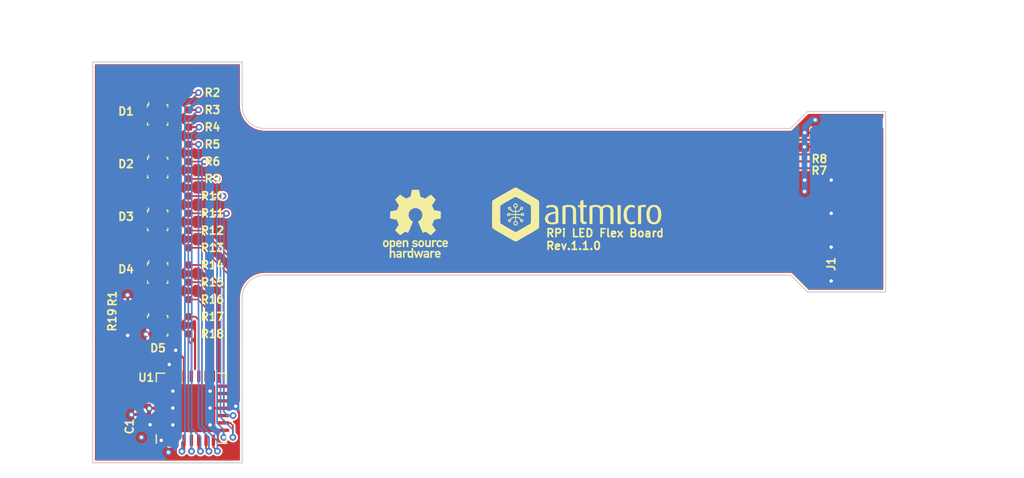
<source format=kicad_pcb>
(kicad_pcb (version 20171130) (host pcbnew 5.1.9+dfsg1-1)
  (layers (0 F.Cu signal) (31 B.Cu signal) (34 B.Paste user) (35 F.Paste user) (36 B.SilkS user) (37 F.SilkS user) (38 B.Mask user) (39 F.Mask user) (44 Edge.Cuts user))
  (net 0 "")
  (net 1 "Net-(D1-Pad1)")
  (net 2 "Net-(D2-Pad1)")
  (net 3 "Net-(D3-Pad1)")
  (net 4 "Net-(D4-Pad1)")
  (net 5 "Net-(D5-Pad1)")
  (net 6 +3V3)
  (net 7 /LED_1_B)
  (net 8 /LED_1_G)
  (net 9 /LED_1_R)
  (net 10 /LED_2_B)
  (net 11 /LED_2_G)
  (net 12 /LED_2_R)
  (net 13 /LED_3_B)
  (net 14 /LED_3_G)
  (net 15 /LED_3_R)
  (net 16 /LED_4_B)
  (net 17 /LED_4_G)
  (net 18 /LED_4_R)
  (net 19 /LED_5_B)
  (net 20 /LED_5_G)
  (net 21 /LED_5_R)
  (net 22 GND)
  (net 23 /GPIO)
  (net 24 /CLK)
  (net 25 /SDA)
  (net 26 /SCL)
  (net 27 "Net-(J1-Pad9)")
  (net 28 "Net-(J1-Pad8)")
  (net 29 "Net-(J1-Pad6)")
  (net 30 "Net-(J1-Pad5)")
  (net 31 "Net-(J1-Pad3)")
  (net 32 "Net-(J1-Pad2)")
  (net 33 "Net-(D1-Pad3)")
  (net 34 "Net-(D1-Pad2)")
  (net 35 "Net-(D2-Pad3)")
  (net 36 "Net-(D2-Pad2)")
  (net 37 "Net-(D3-Pad3)")
  (net 38 "Net-(D3-Pad2)")
  (net 39 "Net-(D4-Pad3)")
  (net 40 "Net-(D4-Pad2)")
  (net 41 "Net-(D5-Pad3)")
  (net 42 "Net-(D5-Pad2)")
  (module rpi-led-flex-board-footprints:TE_1-1734248-5_FLEX (layer F.Cu) (at 166.15 109.35 90)
    (fp_text reference J1 (at -3.5 -2.8 90) (layer F.SilkS) (effects (font (size 0.7 0.7))))
    (fp_text value TE_1-1734248-5_FLEX)
    (pad 15 smd rect (at 9 -0.05 90) (size 0.7 3) (layers F.Cu F.Mask) (net 6 +3V3))
    (pad 14 smd rect (at 8 -0.05 90) (size 0.7 3) (layers F.Cu F.Mask) (net 25 /SDA))
    (pad 13 smd rect (at 7 -0.05 90) (size 0.7 3) (layers F.Cu F.Mask) (net 26 /SCL))
    (pad 12 smd rect (at 6 -0.05 90) (size 0.7 3) (layers F.Cu F.Mask) (net 24 /CLK))
    (pad 11 smd rect (at 5 -0.05 90) (size 0.7 3) (layers F.Cu F.Mask) (net 23 /GPIO))
    (pad 10 smd rect (at 4 -0.05 90) (size 0.7 3) (layers F.Cu F.Mask) (net 22 GND))
    (pad 9 smd rect (at 3 -0.05 90) (size 0.7 3) (layers F.Cu F.Mask) (net 27 "Net-(J1-Pad9)"))
    (pad 8 smd rect (at 2 -0.05 90) (size 0.7 3) (layers F.Cu F.Mask) (net 28 "Net-(J1-Pad8)"))
    (pad 7 smd rect (at 1 -0.05 90) (size 0.7 3) (layers F.Cu F.Mask) (net 22 GND))
    (pad 6 smd rect (at 0 -0.05 90) (size 0.7 3) (layers F.Cu F.Mask) (net 29 "Net-(J1-Pad6)"))
    (pad 5 smd rect (at -1 -0.05 90) (size 0.7 3) (layers F.Cu F.Mask) (net 30 "Net-(J1-Pad5)"))
    (pad 4 smd rect (at -2 -0.05 90) (size 0.7 3) (layers F.Cu F.Mask) (net 22 GND))
    (pad 3 smd rect (at -3 -0.05 90) (size 0.7 3) (layers F.Cu F.Mask) (net 31 "Net-(J1-Pad3)"))
    (pad 2 smd rect (at -4 -0.05 90) (size 0.7 3) (layers F.Cu F.Mask) (net 32 "Net-(J1-Pad2)"))
    (pad 1 smd rect (at -5 -0.05 90) (size 0.7 3) (layers F.Cu F.Mask) (net 22 GND))
  )
  (module rpi-led-flex-board-footprints:QFN-28_6x6mm_P0.65mm (layer F.Cu) (at 106.661763 125.63585 90)
    (fp_text reference U1 (at 2.72 -4.0025 180) (layer F.SilkS) (effects (font (size 0.7 0.7))))
    (fp_text value PCA9685BS,118)
    (pad 28 smd roundrect (at -1.95 -2.8375 90) (size 0.3 1.025) (layers F.Cu F.Paste F.Mask) (net 6 +3V3))
    (pad 27 smd roundrect (at -1.3 -2.8375 90) (size 0.3 1.025) (layers F.Cu F.Paste F.Mask) (net 22 GND))
    (pad 26 smd roundrect (at -0.65 -2.8375 90) (size 0.3 1.025) (layers F.Cu F.Paste F.Mask) (net 6 +3V3))
    (pad 25 smd roundrect (at 0 -2.8375 90) (size 0.3 1.025) (layers F.Cu F.Paste F.Mask) (net 6 +3V3))
    (pad 24 smd roundrect (at 0.65 -2.8375 90) (size 0.3 1.025) (layers F.Cu F.Paste F.Mask) (net 25 /SDA))
    (pad 23 smd roundrect (at 1.3 -2.8375 90) (size 0.3 1.025) (layers F.Cu F.Paste F.Mask) (net 26 /SCL))
    (pad 22 smd roundrect (at 1.95 -2.8375 90) (size 0.3 1.025) (layers F.Cu F.Paste F.Mask) (net 24 /CLK))
    (pad 21 smd roundrect (at 2.8375 -1.95 90) (size 1.025 0.3) (layers F.Cu F.Paste F.Mask) (net 22 GND))
    (pad 20 smd roundrect (at 2.8375 -1.3 90) (size 1.025 0.3) (layers F.Cu F.Paste F.Mask) (net 23 /GPIO))
    (pad 19 smd roundrect (at 2.8375 -0.65 90) (size 1.025 0.3) (layers F.Cu F.Paste F.Mask) (net 22 GND))
    (pad 18 smd roundrect (at 2.8375 0 90) (size 1.025 0.3) (layers F.Cu F.Paste F.Mask) (net 19 /LED_5_B))
    (pad 17 smd roundrect (at 2.8375 0.65 90) (size 1.025 0.3) (layers F.Cu F.Paste F.Mask) (net 20 /LED_5_G))
    (pad 16 smd roundrect (at 2.8375 1.3 90) (size 1.025 0.3) (layers F.Cu F.Paste F.Mask) (net 21 /LED_5_R))
    (pad 15 smd roundrect (at 2.8375 1.95 90) (size 1.025 0.3) (layers F.Cu F.Paste F.Mask) (net 16 /LED_4_B))
    (pad 14 smd roundrect (at 1.95 2.8375 90) (size 0.3 1.025) (layers F.Cu F.Paste F.Mask) (net 17 /LED_4_G))
    (pad 13 smd roundrect (at 1.3 2.8375 90) (size 0.3 1.025) (layers F.Cu F.Paste F.Mask) (net 18 /LED_4_R))
    (pad 12 smd roundrect (at 0.65 2.8375 90) (size 0.3 1.025) (layers F.Cu F.Paste F.Mask) (net 13 /LED_3_B))
    (pad 11 smd roundrect (at 0 2.8375 90) (size 0.3 1.025) (layers F.Cu F.Paste F.Mask) (net 22 GND))
    (pad 10 smd roundrect (at -0.65 2.8375 90) (size 0.3 1.025) (layers F.Cu F.Paste F.Mask) (net 14 /LED_3_G))
    (pad 9 smd roundrect (at -1.3 2.8375 90) (size 0.3 1.025) (layers F.Cu F.Paste F.Mask) (net 15 /LED_3_R))
    (pad 8 smd roundrect (at -1.95 2.8375 90) (size 0.3 1.025) (layers F.Cu F.Paste F.Mask) (net 10 /LED_2_B))
    (pad 7 smd roundrect (at -2.8375 1.95 90) (size 1.025 0.3) (layers F.Cu F.Paste F.Mask) (net 11 /LED_2_G))
    (pad 6 smd roundrect (at -2.8375 1.3 90) (size 1.025 0.3) (layers F.Cu F.Paste F.Mask) (net 12 /LED_2_R))
    (pad 5 smd roundrect (at -2.8375 0.65 90) (size 1.025 0.3) (layers F.Cu F.Paste F.Mask) (net 7 /LED_1_B))
    (pad 4 smd roundrect (at -2.8375 0 90) (size 1.025 0.3) (layers F.Cu F.Paste F.Mask) (net 8 /LED_1_G))
    (pad 3 smd roundrect (at -2.8375 -0.65 90) (size 1.025 0.3) (layers F.Cu F.Paste F.Mask) (net 9 /LED_1_R))
    (pad 2 smd roundrect (at -2.8375 -1.3 90) (size 1.025 0.3) (layers F.Cu F.Paste F.Mask) (net 6 +3V3))
    (pad 1 smd roundrect (at -2.8375 -1.95 90) (size 1.025 0.3) (layers F.Cu F.Paste F.Mask) (net 22 GND))
    (pad 29 smd roundrect (at 0 0 90) (size 4.25 4.25) (layers F.Cu F.Mask) (roundrect_rratio 0.058824) (net 22 GND))
  )
  (module rpi-led-flex-board-footprints:0402-res (layer F.Cu) (at 101.018526 117.8817 270)
    (fp_text reference R19 (at -0.07585 1.379263 90) (layer F.SilkS) (effects (font (size 0.7 0.7))))
    (fp_text value R_0R_0402)
    (pad 2 smd roundrect (at 0.485 0 270) (size 0.59 0.64) (layers F.Cu F.Paste F.Mask) (net 22 GND))
    (pad 1 smd roundrect (at -0.485 0 270) (size 0.59 0.64) (layers F.Cu F.Paste F.Mask) (net 23 /GPIO))
  )
  (module rpi-led-flex-board-footprints:antmicro-logo_scaled_15mm_silk (layer F.Cu) (at 141.25 108.52)
    (fp_text reference N1 hide)
    (fp_text value antmicro_logo hide)
  )
  (module rpi-led-flex-board-footprints:OSHW-Logo_5.7x6mm_SilkScreen (layer F.Cu) (at 126.509263 109.27585)
    (fp_text reference N2 hide)
    (fp_text value oshw_logo hide)
  )
  (module rpi-led-flex-board-footprints:0402-res (layer F.Cu) (at 105.958526 119.0467 180)
    (fp_text reference R18 (at -2.57 0) (layer F.SilkS) (effects (font (size 0.7 0.7))))
    (fp_text value R_49R9_0402)
    (pad 2 smd roundrect (at 0.485 0 180) (size 0.59 0.64) (layers F.Cu F.Paste F.Mask) (net 41 "Net-(D5-Pad3)"))
    (pad 1 smd roundrect (at -0.485 0 180) (size 0.59 0.64) (layers F.Cu F.Paste F.Mask) (net 19 /LED_5_B))
  )
  (module rpi-led-flex-board-footprints:0402-res (layer F.Cu) (at 105.958526 117.518129 180)
    (fp_text reference R17 (at -2.57 0) (layer F.SilkS) (effects (font (size 0.7 0.7))))
    (fp_text value R_49R9_0402)
    (pad 2 smd roundrect (at 0.485 0 180) (size 0.59 0.64) (layers F.Cu F.Paste F.Mask) (net 42 "Net-(D5-Pad2)"))
    (pad 1 smd roundrect (at -0.485 0 180) (size 0.59 0.64) (layers F.Cu F.Paste F.Mask) (net 20 /LED_5_G))
  )
  (module rpi-led-flex-board-footprints:0402-res (layer F.Cu) (at 105.958526 115.989558 180)
    (fp_text reference R16 (at -2.57 0) (layer F.SilkS) (effects (font (size 0.7 0.7))))
    (fp_text value R_100R_0402)
    (pad 2 smd roundrect (at 0.485 0 180) (size 0.59 0.64) (layers F.Cu F.Paste F.Mask) (net 5 "Net-(D5-Pad1)"))
    (pad 1 smd roundrect (at -0.485 0 180) (size 0.59 0.64) (layers F.Cu F.Paste F.Mask) (net 21 /LED_5_R))
  )
  (module rpi-led-flex-board-footprints:0402-res (layer F.Cu) (at 105.958526 114.460987 180)
    (fp_text reference R15 (at -2.57 0) (layer F.SilkS) (effects (font (size 0.7 0.7))))
    (fp_text value R_49R9_0402)
    (pad 2 smd roundrect (at 0.485 0 180) (size 0.59 0.64) (layers F.Cu F.Paste F.Mask) (net 39 "Net-(D4-Pad3)"))
    (pad 1 smd roundrect (at -0.485 0 180) (size 0.59 0.64) (layers F.Cu F.Paste F.Mask) (net 16 /LED_4_B))
  )
  (module rpi-led-flex-board-footprints:0402-res (layer F.Cu) (at 105.958526 112.932416 180)
    (fp_text reference R14 (at -2.57 0) (layer F.SilkS) (effects (font (size 0.7 0.7))))
    (fp_text value R_49R9_0402)
    (pad 2 smd roundrect (at 0.485 0 180) (size 0.59 0.64) (layers F.Cu F.Paste F.Mask) (net 40 "Net-(D4-Pad2)"))
    (pad 1 smd roundrect (at -0.485 0 180) (size 0.59 0.64) (layers F.Cu F.Paste F.Mask) (net 17 /LED_4_G))
  )
  (module rpi-led-flex-board-footprints:0402-res (layer F.Cu) (at 105.958526 111.403845 180)
    (fp_text reference R13 (at -2.57 0) (layer F.SilkS) (effects (font (size 0.7 0.7))))
    (fp_text value R_100R_0402)
    (pad 2 smd roundrect (at 0.485 0 180) (size 0.59 0.64) (layers F.Cu F.Paste F.Mask) (net 4 "Net-(D4-Pad1)"))
    (pad 1 smd roundrect (at -0.485 0 180) (size 0.59 0.64) (layers F.Cu F.Paste F.Mask) (net 18 /LED_4_R))
  )
  (module rpi-led-flex-board-footprints:0402-res (layer F.Cu) (at 105.958526 109.875274 180)
    (fp_text reference R12 (at -2.57 0) (layer F.SilkS) (effects (font (size 0.7 0.7))))
    (fp_text value R_49R9_0402)
    (pad 2 smd roundrect (at 0.485 0 180) (size 0.59 0.64) (layers F.Cu F.Paste F.Mask) (net 37 "Net-(D3-Pad3)"))
    (pad 1 smd roundrect (at -0.485 0 180) (size 0.59 0.64) (layers F.Cu F.Paste F.Mask) (net 13 /LED_3_B))
  )
  (module rpi-led-flex-board-footprints:0402-res (layer F.Cu) (at 105.958526 108.346703 180)
    (fp_text reference R11 (at -2.57 0) (layer F.SilkS) (effects (font (size 0.7 0.7))))
    (fp_text value R_49R9_0402)
    (pad 2 smd roundrect (at 0.485 0 180) (size 0.59 0.64) (layers F.Cu F.Paste F.Mask) (net 38 "Net-(D3-Pad2)"))
    (pad 1 smd roundrect (at -0.485 0 180) (size 0.59 0.64) (layers F.Cu F.Paste F.Mask) (net 14 /LED_3_G))
  )
  (module rpi-led-flex-board-footprints:0402-res (layer F.Cu) (at 105.958526 106.818132 180)
    (fp_text reference R10 (at -2.57 0) (layer F.SilkS) (effects (font (size 0.7 0.7))))
    (fp_text value R_100R_0402)
    (pad 2 smd roundrect (at 0.485 0 180) (size 0.59 0.64) (layers F.Cu F.Paste F.Mask) (net 3 "Net-(D3-Pad1)"))
    (pad 1 smd roundrect (at -0.485 0 180) (size 0.59 0.64) (layers F.Cu F.Paste F.Mask) (net 15 /LED_3_R))
  )
  (module rpi-led-flex-board-footprints:0402-res (layer F.Cu) (at 105.958526 105.289561 180)
    (fp_text reference R9 (at -2.57 0) (layer F.SilkS) (effects (font (size 0.7 0.7))))
    (fp_text value R_49R9_0402)
    (pad 2 smd roundrect (at 0.485 0 180) (size 0.59 0.64) (layers F.Cu F.Paste F.Mask) (net 35 "Net-(D2-Pad3)"))
    (pad 1 smd roundrect (at -0.485 0 180) (size 0.59 0.64) (layers F.Cu F.Paste F.Mask) (net 10 /LED_2_B))
  )
  (module rpi-led-flex-board-footprints:0402-res (layer F.Cu) (at 105.958526 103.76099 180)
    (fp_text reference R6 (at -2.57 0) (layer F.SilkS) (effects (font (size 0.7 0.7))))
    (fp_text value R_49R9_0402)
    (pad 2 smd roundrect (at 0.485 0 180) (size 0.59 0.64) (layers F.Cu F.Paste F.Mask) (net 36 "Net-(D2-Pad2)"))
    (pad 1 smd roundrect (at -0.485 0 180) (size 0.59 0.64) (layers F.Cu F.Paste F.Mask) (net 11 /LED_2_G))
  )
  (module rpi-led-flex-board-footprints:0402-res (layer F.Cu) (at 105.958526 102.232419 180)
    (fp_text reference R5 (at -2.57 0) (layer F.SilkS) (effects (font (size 0.7 0.7))))
    (fp_text value R_100R_0402)
    (pad 2 smd roundrect (at 0.485 0 180) (size 0.59 0.64) (layers F.Cu F.Paste F.Mask) (net 2 "Net-(D2-Pad1)"))
    (pad 1 smd roundrect (at -0.485 0 180) (size 0.59 0.64) (layers F.Cu F.Paste F.Mask) (net 12 /LED_2_R))
  )
  (module rpi-led-flex-board-footprints:0402-res (layer F.Cu) (at 105.958526 100.703848 180)
    (fp_text reference R4 (at -2.57 0) (layer F.SilkS) (effects (font (size 0.7 0.7))))
    (fp_text value R_49R9_0402)
    (pad 2 smd roundrect (at 0.485 0 180) (size 0.59 0.64) (layers F.Cu F.Paste F.Mask) (net 33 "Net-(D1-Pad3)"))
    (pad 1 smd roundrect (at -0.485 0 180) (size 0.59 0.64) (layers F.Cu F.Paste F.Mask) (net 7 /LED_1_B))
  )
  (module rpi-led-flex-board-footprints:0402-res (layer F.Cu) (at 105.958526 99.175277 180)
    (fp_text reference R3 (at -2.57 0) (layer F.SilkS) (effects (font (size 0.7 0.7))))
    (fp_text value R_49R9_0402)
    (pad 2 smd roundrect (at 0.485 0 180) (size 0.59 0.64) (layers F.Cu F.Paste F.Mask) (net 34 "Net-(D1-Pad2)"))
    (pad 1 smd roundrect (at -0.485 0 180) (size 0.59 0.64) (layers F.Cu F.Paste F.Mask) (net 8 /LED_1_G))
  )
  (module rpi-led-flex-board-footprints:0402-res (layer F.Cu) (at 105.958526 97.6467 180)
    (fp_text reference R2 (at -2.57 0) (layer F.SilkS) (effects (font (size 0.7 0.7))))
    (fp_text value R_100R_0402)
    (pad 2 smd roundrect (at 0.485 0 180) (size 0.59 0.64) (layers F.Cu F.Paste F.Mask) (net 1 "Net-(D1-Pad1)"))
    (pad 1 smd roundrect (at -0.485 0 180) (size 0.59 0.64) (layers F.Cu F.Paste F.Mask) (net 9 /LED_1_R))
  )
  (module rpi-led-flex-board-footprints:0402-cap (layer F.Cu) (at 102.159263 126.67585 90)
    (fp_text reference C1 (at -0.58 -0.98 90) (layer F.SilkS) (effects (font (size 0.7 0.7))))
    (fp_text value C_100n_0402)
    (pad 2 smd roundrect (at 0.485 0 90) (size 0.59 0.64) (layers F.Cu F.Paste F.Mask) (net 6 +3V3))
    (pad 1 smd roundrect (at -0.485 0 90) (size 0.59 0.64) (layers F.Cu F.Paste F.Mask) (net 22 GND))
  )
  (module rpi-led-flex-board-footprints:0402-res (layer F.Cu) (at 162.425 101.2)
    (fp_text reference R8 (at -0.115 2.325) (layer F.SilkS) (effects (font (size 0.7 0.7))))
    (fp_text value R_4k7_0402)
    (pad 2 smd roundrect (at 0.485 0) (size 0.59 0.64) (layers F.Cu F.Paste F.Mask) (net 25 /SDA))
    (pad 1 smd roundrect (at -0.485 0) (size 0.59 0.64) (layers F.Cu F.Paste F.Mask) (net 6 +3V3))
  )
  (module rpi-led-flex-board-footprints:0402-res (layer F.Cu) (at 162.425 102.45)
    (fp_text reference R7 (at -0.135 2.115) (layer F.SilkS) (effects (font (size 0.7 0.7))))
    (fp_text value R_4k7_0402)
    (pad 2 smd roundrect (at 0.485 0) (size 0.59 0.64) (layers F.Cu F.Paste F.Mask) (net 26 /SCL))
    (pad 1 smd roundrect (at -0.485 0) (size 0.59 0.64) (layers F.Cu F.Paste F.Mask) (net 6 +3V3))
  )
  (module rpi-led-flex-board-footprints:0402-res (layer F.Cu) (at 101.018526 116.9117 270)
    (fp_text reference R1 (at -0.99585 1.349263 90) (layer F.SilkS) (effects (font (size 0.7 0.7))))
    (fp_text value R_10k_0402)
    (pad 2 smd roundrect (at 0.485 0 270) (size 0.59 0.64) (layers F.Cu F.Paste F.Mask) (net 23 /GPIO))
    (pad 1 smd roundrect (at -0.485 0 270) (size 0.59 0.64) (layers F.Cu F.Paste F.Mask) (net 6 +3V3))
  )
  (module rpi-led-flex-board-footprints:LED_Dual0603 (layer F.Cu) (at 103.673526 118.3217)
    (fp_text reference D5 (at 0.025737 1.98415) (layer F.SilkS) (effects (font (size 0.7 0.7))))
    (fp_text value LTST-C19HE1WT)
    (pad 4 smd rect (at -0.425 0.725) (size 0.65 0.85) (layers F.Cu F.Paste F.Mask) (net 6 +3V3))
    (pad 3 smd rect (at 0.425 0.725) (size 0.65 0.85) (layers F.Cu F.Paste F.Mask) (net 41 "Net-(D5-Pad3)"))
    (pad 2 smd rect (at 0.425 -0.725) (size 0.65 0.85) (layers F.Cu F.Paste F.Mask) (net 42 "Net-(D5-Pad2)"))
    (pad 1 smd rect (at -0.425 -0.725) (size 0.65 0.85) (layers F.Cu F.Paste F.Mask) (net 5 "Net-(D5-Pad1)"))
  )
  (module rpi-led-flex-board-footprints:LED_Dual0603 (layer F.Cu) (at 103.673526 113.6467)
    (fp_text reference D4 (at -2.805 -0.3375) (layer F.SilkS) (effects (font (size 0.7 0.7))))
    (fp_text value LTST-C19HE1WT)
    (pad 4 smd rect (at -0.425 0.725) (size 0.65 0.85) (layers F.Cu F.Paste F.Mask) (net 6 +3V3))
    (pad 3 smd rect (at 0.425 0.725) (size 0.65 0.85) (layers F.Cu F.Paste F.Mask) (net 39 "Net-(D4-Pad3)"))
    (pad 2 smd rect (at 0.425 -0.725) (size 0.65 0.85) (layers F.Cu F.Paste F.Mask) (net 40 "Net-(D4-Pad2)"))
    (pad 1 smd rect (at -0.425 -0.725) (size 0.65 0.85) (layers F.Cu F.Paste F.Mask) (net 4 "Net-(D4-Pad1)"))
  )
  (module rpi-led-flex-board-footprints:LED_Dual0603 (layer F.Cu) (at 103.673526 104.2967)
    (fp_text reference D2 (at -2.805 -0.3225) (layer F.SilkS) (effects (font (size 0.7 0.7))))
    (fp_text value LTST-C19HE1WT)
    (pad 4 smd rect (at -0.425 0.725) (size 0.65 0.85) (layers F.Cu F.Paste F.Mask) (net 6 +3V3))
    (pad 3 smd rect (at 0.425 0.725) (size 0.65 0.85) (layers F.Cu F.Paste F.Mask) (net 35 "Net-(D2-Pad3)"))
    (pad 2 smd rect (at 0.425 -0.725) (size 0.65 0.85) (layers F.Cu F.Paste F.Mask) (net 36 "Net-(D2-Pad2)"))
    (pad 1 smd rect (at -0.425 -0.725) (size 0.65 0.85) (layers F.Cu F.Paste F.Mask) (net 2 "Net-(D2-Pad1)"))
  )
  (module rpi-led-flex-board-footprints:LED_Dual0603 (layer F.Cu) (at 103.673526 108.9717)
    (fp_text reference D3 (at -2.805 -0.33) (layer F.SilkS) (effects (font (size 0.7 0.7))))
    (fp_text value LTST-C19HE1WT)
    (pad 4 smd rect (at -0.425 0.725) (size 0.65 0.85) (layers F.Cu F.Paste F.Mask) (net 6 +3V3))
    (pad 3 smd rect (at 0.425 0.725) (size 0.65 0.85) (layers F.Cu F.Paste F.Mask) (net 37 "Net-(D3-Pad3)"))
    (pad 2 smd rect (at 0.425 -0.725) (size 0.65 0.85) (layers F.Cu F.Paste F.Mask) (net 38 "Net-(D3-Pad2)"))
    (pad 1 smd rect (at -0.425 -0.725) (size 0.65 0.85) (layers F.Cu F.Paste F.Mask) (net 3 "Net-(D3-Pad1)"))
  )
  (module rpi-led-flex-board-footprints:LED_Dual0603 (layer F.Cu) (at 103.673526 99.6217)
    (fp_text reference D1 (at -2.805 -0.315) (layer F.SilkS) (effects (font (size 0.7 0.7))))
    (fp_text value LTST-C19HE1WT)
    (pad 4 smd rect (at -0.425 0.725) (size 0.65 0.85) (layers F.Cu F.Paste F.Mask) (net 6 +3V3))
    (pad 3 smd rect (at 0.425 0.725) (size 0.65 0.85) (layers F.Cu F.Paste F.Mask) (net 33 "Net-(D1-Pad3)"))
    (pad 2 smd rect (at 0.425 -0.725) (size 0.65 0.85) (layers F.Cu F.Paste F.Mask) (net 34 "Net-(D1-Pad2)"))
    (pad 1 smd rect (at -0.425 -0.725) (size 0.65 0.85) (layers F.Cu F.Paste F.Mask) (net 1 "Net-(D1-Pad1)"))
  )
  (gr_line (start 161.259263 115.325849) (end 168.169263 115.325849) (layer Edge.Cuts) (width 0.1))
  (gr_line (start 161.259263 115.325849) (end 159.759263 113.82585) (layer Edge.Cuts) (width 0.1))
  (gr_line (start 161.249263 99.32585) (end 168.169263 99.32585) (layer Edge.Cuts) (width 0.1))
  (gr_line (start 161.249263 99.32585) (end 159.749263 100.82585) (layer Edge.Cuts) (width 0.1))
  (gr_line (start 111.158845 94.92604) (end 111.159263 98.82585) (layer Edge.Cuts) (width 0.1))
  (gr_line (start 97.908898 94.927297) (end 111.158845 94.92604) (layer Edge.Cuts) (width 0.1))
  (gr_line (start 168.169263 115.32585) (end 168.169263 99.325851) (layer Edge.Cuts) (width 0.1))
  (gr_line (start 113.160781 113.825851) (end 159.759263 113.82585) (layer Edge.Cuts) (width 0.1))
  (gr_line (start 113.149263 100.825827) (end 159.749263 100.82585) (layer Edge.Cuts) (width 0.1))
  (gr_line (start 97.91227 130.477257) (end 97.908898 94.927297) (layer Edge.Cuts) (width 0.1))
  (gr_line (start 111.162218 130.476) (end 97.91227 130.477257) (layer Edge.Cuts) (width 0.1))
  (gr_line (start 111.16097 115.82604) (end 111.162218 130.476) (layer Edge.Cuts) (width 0.1))
  (gr_arc (start 113.16097 115.825851) (end 113.160781 113.825851) (angle -89.99999995) (layer Edge.Cuts) (width 0.1))
  (gr_arc (start 113.159073 98.825851) (end 111.159263 98.82585) (angle -89.71896503) (layer Edge.Cuts) (width 0.1))
  (gr_text "RPi LED Flex Board\nRev.1.1.0" (at 138.005 110.665) (layer F.SilkS) (effects (font (size 0.7 0.7)) (justify left)))
  (segment (start 103.248526 98.0867) (end 103.248526 98.4967) (width 0.2) (layer F.Cu) (net 1))
  (segment (start 105.473526 97.6467) (end 103.688526 97.6467) (width 0.2) (layer F.Cu) (net 1))
  (segment (start 103.688526 97.6467) (end 103.248526 98.0867) (width 0.2) (layer F.Cu) (net 1))
  (segment (start 105.473526 102.232419) (end 103.592807 102.232419) (width 0.2) (layer F.Cu) (net 2))
  (segment (start 103.248526 102.5767) (end 103.248526 103.1717) (width 0.2) (layer F.Cu) (net 2))
  (segment (start 103.592807 102.232419) (end 103.248526 102.5767) (width 0.2) (layer F.Cu) (net 2))
  (segment (start 105.473526 106.818132) (end 103.757094 106.818132) (width 0.2) (layer F.Cu) (net 3))
  (segment (start 103.248526 107.3267) (end 103.248526 107.8467) (width 0.2) (layer F.Cu) (net 3))
  (segment (start 103.757094 106.818132) (end 103.248526 107.3267) (width 0.2) (layer F.Cu) (net 3))
  (segment (start 105.473526 111.403845) (end 103.741381 111.403845) (width 0.2) (layer F.Cu) (net 4))
  (segment (start 103.248526 111.8967) (end 103.248526 112.5217) (width 0.2) (layer F.Cu) (net 4))
  (segment (start 103.741381 111.403845) (end 103.248526 111.8967) (width 0.2) (layer F.Cu) (net 4))
  (segment (start 103.238526 117.1867) (end 103.248526 117.1967) (width 0.2) (layer F.Cu) (net 5))
  (segment (start 103.238526 116.6517) (end 103.238526 117.1867) (width 0.2) (layer F.Cu) (net 5))
  (segment (start 105.473526 115.989558) (end 103.900668 115.989558) (width 0.2) (layer F.Cu) (net 5))
  (segment (start 103.900668 115.989558) (end 103.238526 116.6517) (width 0.2) (layer F.Cu) (net 5))
  (via (at 160.989263 106.40585) (size 0.6) (drill 0.3) (layers F.Cu B.Cu) (net 6))
  (via (at 160.98 102.455) (size 0.6) (drill 0.3) (layers F.Cu B.Cu) (net 6))
  (segment (start 161.94 102.45) (end 160.985 102.45) (width 0.2) (layer F.Cu) (net 6))
  (segment (start 160.985 102.45) (end 160.98 102.455) (width 0.2) (layer F.Cu) (net 6))
  (via (at 160.999263 101.195) (size 0.6) (drill 0.3) (layers F.Cu B.Cu) (net 6))
  (segment (start 160.98 102.455) (end 160.98 101.195) (width 0.2) (layer B.Cu) (net 6))
  (segment (start 161.935 101.195) (end 161.94 101.2) (width 0.2) (layer F.Cu) (net 6))
  (segment (start 160.98 101.195) (end 161.935 101.195) (width 0.2) (layer F.Cu) (net 6))
  (via (at 102.619263 119.07585) (size 0.6) (drill 0.3) (layers F.Cu B.Cu) (net 6))
  (segment (start 103.248526 119.0467) (end 102.648413 119.0467) (width 0.2) (layer F.Cu) (net 6))
  (segment (start 102.648413 119.0467) (end 102.619263 119.07585) (width 0.2) (layer F.Cu) (net 6))
  (via (at 104.629263 129.54585) (size 0.6) (drill 0.3) (layers F.Cu B.Cu) (net 6))
  (segment (start 104.929263 129.54585) (end 104.629263 129.54585) (width 0.2) (layer F.Cu) (net 6))
  (segment (start 105.361763 128.47335) (end 105.361763 129.11335) (width 0.2) (layer F.Cu) (net 6))
  (segment (start 105.361763 129.11335) (end 104.929263 129.54585) (width 0.2) (layer F.Cu) (net 6))
  (segment (start 102.254263 126.28585) (end 102.159263 126.19085) (width 0.2) (layer F.Cu) (net 6))
  (segment (start 103.824263 126.28585) (end 102.254263 126.28585) (width 0.2) (layer F.Cu) (net 6))
  (via (at 102.239263 128.21585) (size 0.6) (drill 0.3) (layers F.Cu B.Cu) (net 6))
  (segment (start 103.479263 128.21585) (end 102.239263 128.21585) (width 0.2) (layer F.Cu) (net 6))
  (segment (start 103.824263 127.58585) (end 103.824263 127.87085) (width 0.2) (layer F.Cu) (net 6))
  (segment (start 103.824263 127.87085) (end 103.479263 128.21585) (width 0.2) (layer F.Cu) (net 6))
  (via (at 102.929263 125.65585) (size 0.6) (drill 0.3) (layers F.Cu B.Cu) (net 6))
  (segment (start 103.824263 125.63585) (end 102.949263 125.63585) (width 0.2) (layer F.Cu) (net 6))
  (segment (start 102.949263 125.63585) (end 102.929263 125.65585) (width 0.2) (layer F.Cu) (net 6))
  (via (at 101.349263 126.20585) (size 0.6) (drill 0.3) (layers F.Cu B.Cu) (net 6))
  (segment (start 102.159263 126.19085) (end 101.364263 126.19085) (width 0.2) (layer F.Cu) (net 6))
  (segment (start 101.364263 126.19085) (end 101.349263 126.20585) (width 0.2) (layer F.Cu) (net 6))
  (via (at 100.999263 115.59585) (size 0.6) (drill 0.3) (layers F.Cu B.Cu) (net 6))
  (segment (start 101.018526 116.4267) (end 101.018526 115.615113) (width 0.2) (layer F.Cu) (net 6))
  (segment (start 101.018526 115.615113) (end 100.999263 115.59585) (width 0.2) (layer F.Cu) (net 6))
  (via (at 160.999263 105.40585) (size 0.6) (drill 0.3) (layers F.Cu B.Cu) (net 6))
  (segment (start 160.98 102.455) (end 160.98 105.386587) (width 0.2) (layer B.Cu) (net 6))
  (segment (start 160.98 105.386587) (end 160.999263 105.40585) (width 0.5) (layer B.Cu) (net 6))
  (segment (start 160.98 101.195) (end 160.98 105.386587) (width 0.5) (layer B.Cu) (net 6))
  (via (at 161.929263 100.06585) (size 0.6) (drill 0.3) (layers F.Cu B.Cu) (net 6))
  (segment (start 160.98 101.195) (end 160.98 100.255113) (width 0.5) (layer F.Cu) (net 6))
  (segment (start 160.98 100.255113) (end 160.999263 100.23585) (width 0.5) (layer F.Cu) (net 6))
  (segment (start 160.989263 105.41585) (end 160.999263 105.40585) (width 0.5) (layer B.Cu) (net 6))
  (segment (start 160.989263 106.40585) (end 160.989263 105.41585) (width 0.5) (layer B.Cu) (net 6))
  (segment (start 102.379273 118.90586) (end 102.379273 117.06586) (width 0.5) (layer F.Cu) (net 6))
  (segment (start 102.619263 119.07585) (end 102.549263 119.07585) (width 0.5) (layer F.Cu) (net 6))
  (segment (start 102.549263 119.07585) (end 102.379273 118.90586) (width 0.5) (layer F.Cu) (net 6))
  (segment (start 160.999263 101.195) (end 160.999263 100.69585) (width 0.5) (layer B.Cu) (net 6))
  (segment (start 161.629263 100.06585) (end 161.929263 100.06585) (width 0.5) (layer B.Cu) (net 6))
  (segment (start 160.999263 100.69585) (end 161.629263 100.06585) (width 0.5) (layer B.Cu) (net 6))
  (via (at 107.468532 129.4567) (size 0.6) (drill 0.3) (layers F.Cu B.Cu) (net 7))
  (segment (start 106.443526 100.703848) (end 107.335674 100.703848) (width 0.2) (layer F.Cu) (net 7))
  (via (at 107.338526 100.7067) (size 0.6) (drill 0.3) (layers F.Cu B.Cu) (net 7))
  (segment (start 107.311763 129.299931) (end 107.468532 129.4567) (width 0.2) (layer F.Cu) (net 7))
  (segment (start 107.311763 128.47335) (end 107.311763 129.299931) (width 0.2) (layer F.Cu) (net 7))
  (segment (start 107.038527 101.006699) (end 107.338526 100.7067) (width 0.15) (layer B.Cu) (net 7))
  (segment (start 106.689285 101.355941) (end 107.038527 101.006699) (width 0.15) (layer B.Cu) (net 7))
  (segment (start 106.689285 127.425872) (end 106.689285 101.355941) (width 0.15) (layer B.Cu) (net 7))
  (segment (start 107.468532 129.4567) (end 107.468532 128.205119) (width 0.15) (layer B.Cu) (net 7))
  (segment (start 107.468532 128.205119) (end 106.689285 127.425872) (width 0.15) (layer B.Cu) (net 7))
  (via (at 106.668526 129.456704) (size 0.6) (drill 0.3) (layers F.Cu B.Cu) (net 8))
  (via (at 107.288526 99.1667) (size 0.6) (drill 0.3) (layers F.Cu B.Cu) (net 8))
  (segment (start 106.443526 99.175277) (end 107.279949 99.175277) (width 0.2) (layer F.Cu) (net 8))
  (segment (start 106.661763 129.449941) (end 106.668526 129.456704) (width 0.2) (layer F.Cu) (net 8))
  (segment (start 106.661763 128.47335) (end 106.661763 129.449941) (width 0.2) (layer F.Cu) (net 8))
  (segment (start 106.988527 99.466699) (end 107.288526 99.1667) (width 0.15) (layer B.Cu) (net 8))
  (segment (start 106.659263 129.447441) (end 106.659263 127.83585) (width 0.15) (layer B.Cu) (net 8))
  (segment (start 106.668526 129.456704) (end 106.659263 129.447441) (width 0.15) (layer B.Cu) (net 8))
  (segment (start 106.659263 127.83585) (end 106.389274 127.565861) (width 0.15) (layer B.Cu) (net 8))
  (segment (start 106.389274 127.565861) (end 106.389274 100.065952) (width 0.15) (layer B.Cu) (net 8))
  (segment (start 106.389274 100.065952) (end 106.988527 99.466699) (width 0.15) (layer B.Cu) (net 8))
  (via (at 105.818526 129.456698) (size 0.6) (drill 0.3) (layers F.Cu B.Cu) (net 9))
  (via (at 107.288526 97.6467) (size 0.6) (drill 0.3) (layers F.Cu B.Cu) (net 9))
  (segment (start 107.288526 97.6467) (end 106.443526 97.6467) (width 0.15) (layer F.Cu) (net 9))
  (segment (start 106.011763 129.263461) (end 105.818526 129.456698) (width 0.2) (layer F.Cu) (net 9))
  (segment (start 106.011763 128.47335) (end 106.011763 129.263461) (width 0.2) (layer F.Cu) (net 9))
  (segment (start 105.818526 128.666587) (end 105.818526 129.456698) (width 0.15) (layer B.Cu) (net 9))
  (segment (start 106.089263 128.39585) (end 105.818526 128.666587) (width 0.15) (layer B.Cu) (net 9))
  (segment (start 106.089263 98.860963) (end 106.089263 128.39585) (width 0.15) (layer B.Cu) (net 9))
  (segment (start 107.288526 97.6467) (end 107.288526 97.6617) (width 0.15) (layer B.Cu) (net 9))
  (segment (start 107.288526 97.6617) (end 106.089263 98.860963) (width 0.15) (layer B.Cu) (net 9))
  (via (at 109.529263 128.22585) (size 0.6) (drill 0.3) (layers F.Cu B.Cu) (net 10))
  (via (at 108.929263 105.28585) (size 0.6) (drill 0.3) (layers F.Cu B.Cu) (net 10))
  (segment (start 108.925552 105.289561) (end 108.929263 105.28585) (width 0.15) (layer F.Cu) (net 10))
  (segment (start 106.443526 105.289561) (end 108.925552 105.289561) (width 0.15) (layer F.Cu) (net 10))
  (segment (start 109.499263 128.19585) (end 109.529263 128.22585) (width 0.15) (layer F.Cu) (net 10))
  (segment (start 109.499263 127.58585) (end 109.499263 128.19585) (width 0.15) (layer F.Cu) (net 10))
  (segment (start 108.939263 105.29585) (end 108.929263 105.28585) (width 0.15) (layer B.Cu) (net 10))
  (segment (start 108.939263 126.95585) (end 108.939263 105.29585) (width 0.15) (layer B.Cu) (net 10))
  (segment (start 109.529263 128.22585) (end 109.529263 127.54585) (width 0.15) (layer B.Cu) (net 10))
  (segment (start 109.529263 127.54585) (end 108.939263 126.95585) (width 0.15) (layer B.Cu) (net 10))
  (via (at 108.968443 129.443985) (size 0.6) (drill 0.3) (layers F.Cu B.Cu) (net 11))
  (segment (start 108.611763 128.47335) (end 108.611763 129.087305) (width 0.15) (layer F.Cu) (net 11))
  (segment (start 108.611763 129.087305) (end 108.968443 129.443985) (width 0.15) (layer F.Cu) (net 11))
  (segment (start 108.968443 129.443985) (end 108.968443 128.543619) (width 0.15) (layer B.Cu) (net 11))
  (segment (start 108.968443 128.543619) (end 107.599263 127.174439) (width 0.15) (layer B.Cu) (net 11))
  (segment (start 107.599263 104.95585) (end 107.599263 104.85585) (width 0.15) (layer B.Cu) (net 11))
  (segment (start 107.599263 104.95585) (end 107.599263 104.87585) (width 0.15) (layer B.Cu) (net 11))
  (segment (start 107.599263 127.174439) (end 107.599263 104.95585) (width 0.15) (layer B.Cu) (net 11))
  (via (at 107.814263 103.76585) (size 0.6) (drill 0.3) (layers F.Cu B.Cu) (net 11))
  (segment (start 107.599263 104.85585) (end 107.599263 103.98085) (width 0.15) (layer B.Cu) (net 11))
  (segment (start 107.599263 103.98085) (end 107.814263 103.76585) (width 0.15) (layer B.Cu) (net 11))
  (segment (start 107.809403 103.76099) (end 107.814263 103.76585) (width 0.15) (layer F.Cu) (net 11))
  (segment (start 106.443526 103.76099) (end 107.809403 103.76099) (width 0.15) (layer F.Cu) (net 11))
  (via (at 108.218533 129.455721) (size 0.6) (drill 0.3) (layers F.Cu B.Cu) (net 12))
  (segment (start 107.961763 128.47335) (end 107.961763 129.198951) (width 0.15) (layer F.Cu) (net 12))
  (segment (start 107.961763 129.198951) (end 108.218533 129.455721) (width 0.15) (layer F.Cu) (net 12))
  (via (at 107.289263 102.22585) (size 0.6) (drill 0.3) (layers F.Cu B.Cu) (net 12))
  (segment (start 108.218533 129.455721) (end 108.218533 128.217987) (width 0.15) (layer B.Cu) (net 12))
  (segment (start 108.218533 128.217987) (end 107.289263 127.288717) (width 0.15) (layer B.Cu) (net 12))
  (segment (start 107.289263 127.288717) (end 107.289263 102.22585) (width 0.15) (layer B.Cu) (net 12))
  (segment (start 107.289263 102.22585) (end 106.450095 102.22585) (width 0.15) (layer F.Cu) (net 12))
  (segment (start 106.450095 102.22585) (end 106.443526 102.232419) (width 0.15) (layer F.Cu) (net 12))
  (segment (start 107.678687 109.875274) (end 106.443526 109.875274) (width 0.15) (layer F.Cu) (net 13))
  (segment (start 110.536783 112.73337) (end 107.678687 109.875274) (width 0.15) (layer F.Cu) (net 13))
  (segment (start 110.109263 124.98585) (end 110.549263 124.54585) (width 0.15) (layer F.Cu) (net 13))
  (segment (start 110.536783 122.27337) (end 110.536783 112.73337) (width 0.15) (layer F.Cu) (net 13))
  (segment (start 109.499263 124.98585) (end 110.109263 124.98585) (width 0.15) (layer F.Cu) (net 13))
  (segment (start 110.549263 124.54585) (end 110.549263 122.28585) (width 0.15) (layer F.Cu) (net 13))
  (segment (start 110.549263 122.28585) (end 110.536783 122.27337) (width 0.15) (layer F.Cu) (net 13))
  (via (at 110.359263 126.28585) (size 0.6) (drill 0.3) (layers F.Cu B.Cu) (net 14))
  (segment (start 109.499263 126.28585) (end 110.359263 126.28585) (width 0.15) (layer F.Cu) (net 14))
  (segment (start 109.539283 125.93587) (end 109.539283 109.45583) (width 0.15) (layer B.Cu) (net 14))
  (segment (start 110.359263 126.28585) (end 109.889263 126.28585) (width 0.15) (layer B.Cu) (net 14))
  (segment (start 109.889263 126.28585) (end 109.539283 125.93587) (width 0.15) (layer B.Cu) (net 14))
  (via (at 109.764273 108.35585) (size 0.6) (drill 0.3) (layers F.Cu B.Cu) (net 14))
  (segment (start 109.539283 109.45583) (end 109.539283 108.58084) (width 0.15) (layer B.Cu) (net 14))
  (segment (start 109.539283 108.58084) (end 109.764273 108.35585) (width 0.15) (layer B.Cu) (net 14))
  (segment (start 109.755126 108.346703) (end 109.764273 108.35585) (width 0.15) (layer F.Cu) (net 14))
  (segment (start 106.443526 108.346703) (end 109.755126 108.346703) (width 0.15) (layer F.Cu) (net 14))
  (via (at 109.464263 106.81585) (size 0.6) (drill 0.3) (layers F.Cu B.Cu) (net 15))
  (segment (start 109.239273 107.04084) (end 109.464263 106.81585) (width 0.15) (layer B.Cu) (net 15))
  (segment (start 109.239273 126.43586) (end 109.239273 107.04084) (width 0.15) (layer B.Cu) (net 15))
  (segment (start 109.461981 106.818132) (end 109.464263 106.81585) (width 0.15) (layer F.Cu) (net 15))
  (segment (start 106.443526 106.818132) (end 109.461981 106.818132) (width 0.15) (layer F.Cu) (net 15))
  (via (at 110.339263 128.21585) (size 0.6) (drill 0.3) (layers F.Cu B.Cu) (net 15))
  (segment (start 110.339263 127.791586) (end 110.339263 128.21585) (width 0.15) (layer F.Cu) (net 15))
  (segment (start 109.499263 126.93585) (end 110.099263 126.93585) (width 0.15) (layer F.Cu) (net 15))
  (segment (start 110.339263 127.17585) (end 110.339263 127.791586) (width 0.15) (layer F.Cu) (net 15))
  (segment (start 110.099263 126.93585) (end 110.339263 127.17585) (width 0.15) (layer F.Cu) (net 15))
  (segment (start 110.339263 127.53585) (end 110.339263 128.21585) (width 0.15) (layer B.Cu) (net 15))
  (segment (start 109.474263 126.67085) (end 110.339263 127.53585) (width 0.15) (layer B.Cu) (net 15))
  (segment (start 109.474263 126.67085) (end 109.239273 126.43586) (width 0.15) (layer B.Cu) (net 15))
  (segment (start 109.749263 126.94585) (end 109.474263 126.67085) (width 0.15) (layer B.Cu) (net 15))
  (segment (start 108.611763 115.64835) (end 108.611763 122.79835) (width 0.15) (layer F.Cu) (net 16))
  (segment (start 106.443526 114.460987) (end 107.4244 114.460987) (width 0.15) (layer F.Cu) (net 16))
  (segment (start 107.4244 114.460987) (end 108.611763 115.64835) (width 0.15) (layer F.Cu) (net 16))
  (segment (start 109.499263 123.53585) (end 109.499263 123.68585) (width 0.15) (layer F.Cu) (net 17))
  (segment (start 106.443526 112.932416) (end 107.465829 112.932416) (width 0.15) (layer F.Cu) (net 17))
  (segment (start 109.499263 114.96585) (end 109.499263 123.53585) (width 0.15) (layer F.Cu) (net 17))
  (segment (start 107.465829 112.932416) (end 109.499263 114.96585) (width 0.15) (layer F.Cu) (net 17))
  (segment (start 109.499263 124.33585) (end 109.509263 124.32585) (width 0.2) (layer F.Cu) (net 18))
  (segment (start 107.587258 111.403845) (end 106.443526 111.403845) (width 0.15) (layer F.Cu) (net 18))
  (segment (start 110.236773 114.05336) (end 107.587258 111.403845) (width 0.15) (layer F.Cu) (net 18))
  (segment (start 110.236773 124.24834) (end 110.236773 114.05336) (width 0.15) (layer F.Cu) (net 18))
  (segment (start 109.499263 124.33585) (end 110.149263 124.33585) (width 0.15) (layer F.Cu) (net 18))
  (segment (start 110.149263 124.33585) (end 110.236773 124.24834) (width 0.15) (layer F.Cu) (net 18))
  (segment (start 106.661763 119.92835) (end 106.661763 122.79835) (width 0.15) (layer F.Cu) (net 19))
  (segment (start 106.443526 119.0467) (end 106.443526 119.710113) (width 0.15) (layer F.Cu) (net 19))
  (segment (start 106.443526 119.710113) (end 106.661763 119.92835) (width 0.15) (layer F.Cu) (net 19))
  (segment (start 107.309263 122.79585) (end 107.311763 122.79835) (width 0.15) (layer F.Cu) (net 20))
  (segment (start 106.443526 117.518129) (end 107.021542 117.518129) (width 0.15) (layer F.Cu) (net 20))
  (segment (start 107.309263 117.80585) (end 107.309263 122.79585) (width 0.15) (layer F.Cu) (net 20))
  (segment (start 107.021542 117.518129) (end 107.309263 117.80585) (width 0.15) (layer F.Cu) (net 20))
  (segment (start 106.443526 115.989558) (end 107.232971 115.989558) (width 0.15) (layer F.Cu) (net 21))
  (segment (start 107.961763 122.28585) (end 107.961763 122.79835) (width 0.15) (layer F.Cu) (net 21))
  (segment (start 107.961763 116.71835) (end 107.961763 122.28585) (width 0.15) (layer F.Cu) (net 21))
  (segment (start 107.232971 115.989558) (end 107.961763 116.71835) (width 0.15) (layer F.Cu) (net 21))
  (segment (start 105.848526 126.7092) (end 105.848526 127.596694) (width 0.2) (layer F.Cu) (net 22))
  (segment (start 106.498526 127.2217) (end 106.498526 126.7092) (width 0.2) (layer F.Cu) (net 22))
  (via (at 108.318526 127.1167) (size 0.6) (drill 0.3) (layers F.Cu B.Cu) (net 22))
  (segment (start 166.1 105.4) (end 163.35 105.4) (width 0.2) (layer F.Cu) (net 22))
  (via (at 163.35 105.4) (size 0.6) (drill 0.3) (layers F.Cu B.Cu) (net 22))
  (segment (start 166.1 108.35) (end 163.35 108.35) (width 0.2) (layer F.Cu) (net 22))
  (via (at 163.35 108.35) (size 0.6) (drill 0.3) (layers F.Cu B.Cu) (net 22))
  (segment (start 166.1 111.35) (end 163.35 111.35) (width 0.2) (layer F.Cu) (net 22))
  (via (at 163.35 111.35) (size 0.6) (drill 0.3) (layers F.Cu B.Cu) (net 22))
  (via (at 163.35 114.35) (size 0.6) (drill 0.3) (layers F.Cu B.Cu) (net 22))
  (segment (start 166.1 114.35) (end 163.35 114.35) (width 0.2) (layer F.Cu) (net 22))
  (segment (start 105.223526 123.8717) (end 105.198526 123.8967) (width 0.2) (layer F.Cu) (net 22))
  (segment (start 106.586026 123.8717) (end 105.223526 123.8717) (width 0.2) (layer F.Cu) (net 22))
  (via (at 105.018526 127.1167) (size 0.6) (drill 0.3) (layers F.Cu B.Cu) (net 22))
  (via (at 108.318526 125.6167) (size 0.6) (drill 0.3) (layers F.Cu B.Cu) (net 22))
  (via (at 105.018526 125.6167) (size 0.6) (drill 0.3) (layers F.Cu B.Cu) (net 22))
  (segment (start 108.036026 123.8717) (end 105.198526 123.8717) (width 0.2) (layer F.Cu) (net 22))
  (via (at 105.018526 124.1167) (size 0.6) (drill 0.3) (layers F.Cu B.Cu) (net 22))
  (via (at 108.318526 124.1167) (size 0.6) (drill 0.3) (layers F.Cu B.Cu) (net 22))
  (segment (start 104.661763 122.79835) (end 104.711763 122.79835) (width 0.2) (layer F.Cu) (net 22))
  (via (at 104.699263 121.75585) (size 0.6) (drill 0.3) (layers F.Cu B.Cu) (net 22))
  (segment (start 104.711763 122.79835) (end 104.711763 121.76835) (width 0.2) (layer F.Cu) (net 22))
  (segment (start 104.711763 121.76835) (end 104.699263 121.75585) (width 0.2) (layer F.Cu) (net 22))
  (segment (start 104.711763 123.809937) (end 105.018526 124.1167) (width 0.2) (layer F.Cu) (net 22))
  (segment (start 104.711763 122.79835) (end 104.711763 123.809937) (width 0.2) (layer F.Cu) (net 22))
  (segment (start 104.837676 126.93585) (end 105.018526 127.1167) (width 0.2) (layer F.Cu) (net 22))
  (segment (start 103.824263 126.93585) (end 104.837676 126.93585) (width 0.2) (layer F.Cu) (net 22))
  (via (at 102.999263 127.09585) (size 0.6) (drill 0.3) (layers F.Cu B.Cu) (net 22))
  (segment (start 103.824263 126.93585) (end 103.159263 126.93585) (width 0.2) (layer F.Cu) (net 22))
  (segment (start 103.159263 126.93585) (end 102.999263 127.09585) (width 0.2) (layer F.Cu) (net 22))
  (segment (start 102.934263 127.16085) (end 102.999263 127.09585) (width 0.2) (layer F.Cu) (net 22))
  (segment (start 102.159263 127.16085) (end 102.934263 127.16085) (width 0.2) (layer F.Cu) (net 22))
  (segment (start 109.499263 125.63585) (end 106.661763 125.63585) (width 0.2) (layer F.Cu) (net 22))
  (segment (start 109.499263 125.63585) (end 110.409263 125.63585) (width 0.2) (layer F.Cu) (net 22))
  (via (at 110.589263 125.45585) (size 0.6) (drill 0.3) (layers F.Cu B.Cu) (net 22))
  (segment (start 110.409263 125.63585) (end 110.589263 125.45585) (width 0.2) (layer F.Cu) (net 22))
  (via (at 103.989263 128.48585) (size 0.6) (drill 0.3) (layers F.Cu B.Cu) (net 22))
  (segment (start 104.711763 128.47335) (end 104.001763 128.47335) (width 0.2) (layer F.Cu) (net 22))
  (segment (start 104.001763 128.47335) (end 103.989263 128.48585) (width 0.2) (layer F.Cu) (net 22))
  (via (at 101.019263 119.17585) (size 0.6) (drill 0.3) (layers F.Cu B.Cu) (net 22))
  (segment (start 101.018526 118.3667) (end 101.018526 119.175113) (width 0.2) (layer F.Cu) (net 22))
  (segment (start 101.018526 119.175113) (end 101.019263 119.17585) (width 0.2) (layer F.Cu) (net 22))
  (segment (start 105.989263 124.96335) (end 106.661763 125.63585) (width 0.2) (layer F.Cu) (net 22))
  (segment (start 106.011763 122.79835) (end 105.989263 122.82085) (width 0.2) (layer F.Cu) (net 22))
  (segment (start 105.989263 122.82085) (end 105.989263 124.96335) (width 0.2) (layer F.Cu) (net 22))
  (via (at 105.269263 120.49585) (size 0.6) (drill 0.3) (layers F.Cu B.Cu) (net 22))
  (segment (start 106.011763 122.79835) (end 106.011763 121.23835) (width 0.2) (layer F.Cu) (net 22))
  (segment (start 106.011763 121.23835) (end 105.269263 120.49585) (width 0.2) (layer F.Cu) (net 22))
  (segment (start 100.039263 116.98585) (end 100.039263 116.37585) (width 0.2) (layer F.Cu) (net 23))
  (segment (start 101.018526 117.3967) (end 100.450113 117.3967) (width 0.2) (layer F.Cu) (net 23))
  (segment (start 100.450113 117.3967) (end 100.039263 116.98585) (width 0.2) (layer F.Cu) (net 23))
  (segment (start 101.41923 97.005883) (end 100.039274 98.385839) (width 0.2) (layer F.Cu) (net 23))
  (segment (start 100.039274 98.385839) (end 100.039273 116.40585) (width 0.2) (layer F.Cu) (net 23))
  (segment (start 166.1 104.35) (end 112.573413 104.35) (width 0.2) (layer F.Cu) (net 23))
  (segment (start 112.573413 104.35) (end 109.259243 101.03583) (width 0.2) (layer F.Cu) (net 23))
  (segment (start 108.334326 97.005883) (end 101.41923 97.005883) (width 0.2) (layer F.Cu) (net 23))
  (segment (start 109.259243 101.03583) (end 109.259243 97.9308) (width 0.2) (layer F.Cu) (net 23))
  (segment (start 109.259243 97.9308) (end 108.334326 97.005883) (width 0.2) (layer F.Cu) (net 23))
  (segment (start 101.879263 117.74585) (end 101.530113 117.3967) (width 0.2) (layer F.Cu) (net 23))
  (segment (start 105.361763 121.49835) (end 103.920113 120.0567) (width 0.2) (layer F.Cu) (net 23))
  (segment (start 105.361763 122.79835) (end 105.361763 121.49835) (width 0.2) (layer F.Cu) (net 23))
  (segment (start 101.879263 119.57585) (end 101.879263 117.74585) (width 0.2) (layer F.Cu) (net 23))
  (segment (start 101.530113 117.3967) (end 101.018526 117.3967) (width 0.2) (layer F.Cu) (net 23))
  (segment (start 103.920113 120.0567) (end 102.360113 120.0567) (width 0.2) (layer F.Cu) (net 23))
  (segment (start 102.360113 120.0567) (end 101.879263 119.57585) (width 0.2) (layer F.Cu) (net 23))
  (segment (start 99.689263 120.63585) (end 102.739263 123.68585) (width 0.2) (layer F.Cu) (net 24))
  (segment (start 101.269221 96.655872) (end 99.689263 98.23583) (width 0.2) (layer F.Cu) (net 24))
  (segment (start 99.689263 98.23583) (end 99.689263 120.63585) (width 0.2) (layer F.Cu) (net 24))
  (segment (start 108.479305 96.655872) (end 101.269221 96.655872) (width 0.2) (layer F.Cu) (net 24))
  (segment (start 163.755113 103.35) (end 163.359263 103.74585) (width 0.2) (layer F.Cu) (net 24))
  (segment (start 109.609253 97.78582) (end 108.479305 96.655872) (width 0.2) (layer F.Cu) (net 24))
  (segment (start 166.1 103.35) (end 163.755113 103.35) (width 0.2) (layer F.Cu) (net 24))
  (segment (start 163.359263 103.74585) (end 112.539263 103.74585) (width 0.2) (layer F.Cu) (net 24))
  (segment (start 109.609253 100.81584) (end 109.609253 97.78582) (width 0.2) (layer F.Cu) (net 24))
  (segment (start 102.739263 123.68585) (end 103.824263 123.68585) (width 0.2) (layer F.Cu) (net 24))
  (segment (start 112.539263 103.74585) (end 109.609253 100.81584) (width 0.2) (layer F.Cu) (net 24))
  (segment (start 163.06 101.35) (end 166.1 101.35) (width 0.2) (layer F.Cu) (net 25))
  (segment (start 162.91 101.2) (end 163.06 101.35) (width 0.2) (layer F.Cu) (net 25))
  (segment (start 98.973495 122.640082) (end 101.319263 124.98585) (width 0.2) (layer F.Cu) (net 25))
  (segment (start 98.973495 97.961618) (end 98.973495 122.640082) (width 0.2) (layer F.Cu) (net 25))
  (segment (start 100.979263 95.95585) (end 98.973495 97.961618) (width 0.2) (layer F.Cu) (net 25))
  (segment (start 108.769263 95.95585) (end 100.979263 95.95585) (width 0.2) (layer F.Cu) (net 25))
  (segment (start 110.319263 97.50585) (end 108.769263 95.95585) (width 0.2) (layer F.Cu) (net 25))
  (segment (start 110.319263 100.44585) (end 110.319263 97.50585) (width 0.2) (layer F.Cu) (net 25))
  (segment (start 111.698413 101.825) (end 110.319263 100.44585) (width 0.2) (layer F.Cu) (net 25))
  (segment (start 162.285 101.825) (end 111.698413 101.825) (width 0.2) (layer F.Cu) (net 25))
  (segment (start 162.91 101.2) (end 162.285 101.825) (width 0.2) (layer F.Cu) (net 25))
  (segment (start 101.319263 124.98585) (end 103.824263 124.98585) (width 0.2) (layer F.Cu) (net 25))
  (segment (start 102.149263 124.33585) (end 103.824263 124.33585) (width 0.2) (layer F.Cu) (net 26))
  (segment (start 99.323506 121.510093) (end 102.149263 124.33585) (width 0.2) (layer F.Cu) (net 26))
  (segment (start 108.624284 96.305861) (end 101.124242 96.305861) (width 0.2) (layer F.Cu) (net 26))
  (segment (start 99.323506 98.106597) (end 99.323506 121.510093) (width 0.2) (layer F.Cu) (net 26))
  (segment (start 162.992875 102.35) (end 162.213144 103.129731) (width 0.2) (layer F.Cu) (net 26))
  (segment (start 109.959263 100.63585) (end 109.959263 97.64084) (width 0.2) (layer F.Cu) (net 26))
  (segment (start 101.124242 96.305861) (end 99.323506 98.106597) (width 0.2) (layer F.Cu) (net 26))
  (segment (start 166.1 102.35) (end 162.992875 102.35) (width 0.2) (layer F.Cu) (net 26))
  (segment (start 162.213144 103.129731) (end 112.453144 103.129731) (width 0.2) (layer F.Cu) (net 26))
  (segment (start 109.959263 97.64084) (end 108.624284 96.305861) (width 0.2) (layer F.Cu) (net 26))
  (segment (start 112.453144 103.129731) (end 109.959263 100.63585) (width 0.2) (layer F.Cu) (net 26))
  (segment (start 105.470674 100.7067) (end 105.473526 100.703848) (width 0.2) (layer F.Cu) (net 33))
  (segment (start 104.963526 100.7067) (end 105.470674 100.7067) (width 0.2) (layer F.Cu) (net 33))
  (segment (start 104.098526 100.3467) (end 104.603526 100.3467) (width 0.2) (layer F.Cu) (net 33))
  (segment (start 104.603526 100.3467) (end 104.963526 100.7067) (width 0.2) (layer F.Cu) (net 33))
  (segment (start 104.673526 98.8867) (end 104.133526 98.8867) (width 0.2) (layer F.Cu) (net 34))
  (segment (start 105.473526 99.175277) (end 104.962103 99.175277) (width 0.2) (layer F.Cu) (net 34))
  (segment (start 104.962103 99.175277) (end 104.673526 98.8867) (width 0.2) (layer F.Cu) (net 34))
  (segment (start 105.380665 105.1967) (end 105.473526 105.289561) (width 0.2) (layer F.Cu) (net 35))
  (segment (start 104.098526 105.0217) (end 104.273526 105.1967) (width 0.2) (layer F.Cu) (net 35))
  (segment (start 104.273526 105.1967) (end 105.380665 105.1967) (width 0.2) (layer F.Cu) (net 35))
  (segment (start 105.473526 103.5767) (end 104.103526 103.5767) (width 0.2) (layer F.Cu) (net 36))
  (segment (start 104.098526 109.6967) (end 105.473526 109.6967) (width 0.2) (layer F.Cu) (net 37))
  (segment (start 105.473526 108.2467) (end 104.098526 108.2467) (width 0.2) (layer F.Cu) (net 38))
  (segment (start 104.098526 114.3717) (end 105.468526 114.3717) (width 0.2) (layer F.Cu) (net 39))
  (segment (start 105.473526 112.9167) (end 104.103526 112.9167) (width 0.2) (layer F.Cu) (net 40))
  (segment (start 105.473526 119.0467) (end 104.098526 119.0467) (width 0.2) (layer F.Cu) (net 41))
  (segment (start 104.098526 117.5967) (end 105.473526 117.5967) (width 0.2) (layer F.Cu) (net 42))
  (zone (net 22) (net_name GND) (layer B.Cu) (connect_pads (clearance 0.2)) (min_thickness 0.254) (fill yes (arc_segments 32) (thermal_gap 0.508) (thermal_bridge_width 0.508))
    (polygon (pts (xy 111.169263 97.25585) (xy 113.289263 99.31585) (xy 168.189263 99.31585) (xy 168.159263 115.37585) (xy 113.219263 115.35585) (xy 111.139263 117.45585) (xy 111.139263 130.46585) (xy 97.879263 130.46585) (xy 97.909263 94.90585) (xy 111.169263 94.90585)))
  )
  (zone (net 6) (net_name +3V3) (layer F.Cu) (connect_pads (clearance 0.15)) (min_thickness 0.15) (fill yes (arc_segments 32) (thermal_gap 0.25) (thermal_bridge_width 0.25) (smoothing fillet) (radius 0.5))
    (polygon (pts (xy 111.169263 97.23585) (xy 113.289263 99.29585) (xy 168.189263 99.29585) (xy 168.159263 115.35585) (xy 113.219263 115.33585) (xy 111.139263 117.43585) (xy 111.139263 130.44585) (xy 97.879263 130.44585) (xy 97.909263 94.88585) (xy 111.169263 94.88585)))
  )
)
</source>
